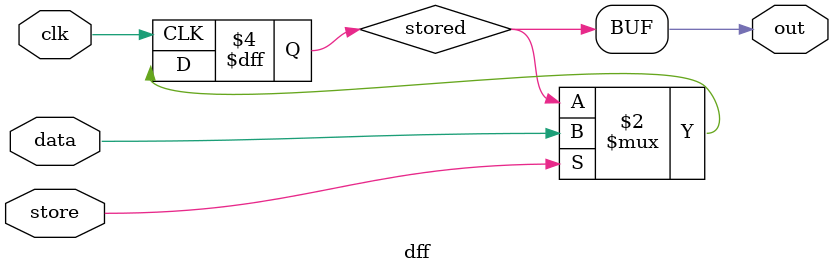
<source format=v>
module dff(input wire clk,
           input wire data,
	   input wire store,
           output wire out);
  reg stored;
  // You can also just declare "output reg out" above.
  assign out = stored;

  always @(posedge clk) begin
    // stored <= store ? data : stored
    if (store) begin
      stored <= data;
    end 
  end
endmodule

</source>
